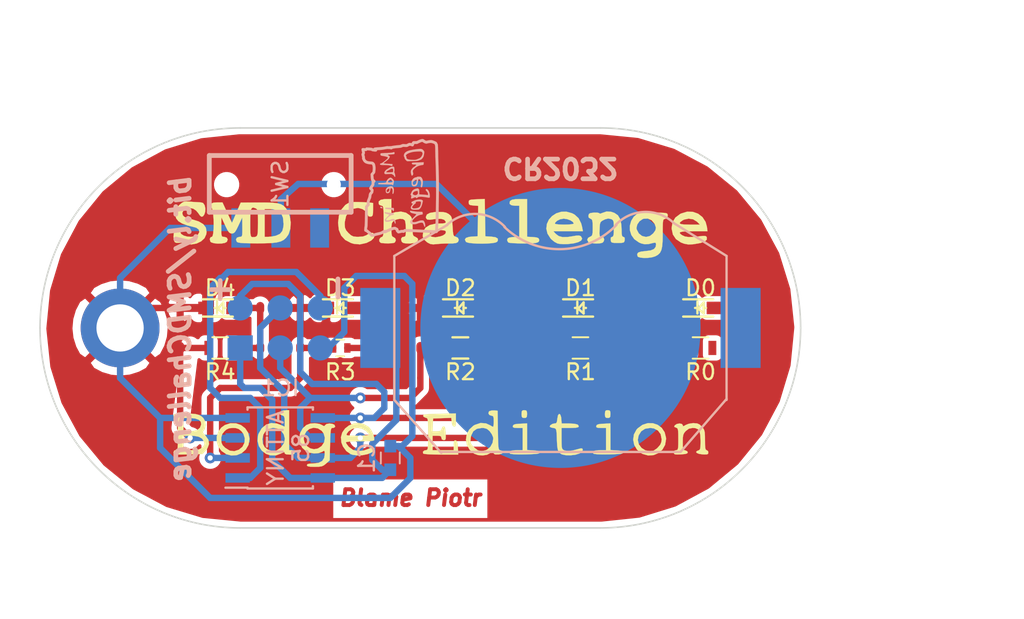
<source format=kicad_pcb>
(kicad_pcb (version 4) (host pcbnew 4.0.7)
  (layers (0 F.Cu signal) (31 B.Cu signal) (34 B.Paste user) (35 F.Paste user) (36 B.SilkS user) (37 F.SilkS user) (38 B.Mask user) (39 F.Mask user) (44 Edge.Cuts user))
  (net 0 "")
  (net 1 GND)
  (net 2 +BATT)
  (net 3 "Net-(CON1-Pad1)")
  (net 4 "Net-(CON1-Pad3)")
  (net 5 "Net-(CON1-Pad4)")
  (net 6 "Net-(CON1-Pad5)")
  (net 7 "Net-(D3-Pad2)")
  (net 8 "Net-(D4-Pad2)")
  (net 9 "Net-(BT1-Pad2)")
  (net 10 "Net-(D0-Pad2)")
  (net 11 "Net-(D1-Pad2)")
  (net 12 "Net-(D2-Pad2)")
  (net 13 "Net-(IC1-Pad2)")
  (net 14 "Net-(IC1-Pad3)")
  (net 15 "Net-(SW1-Pad3)")
  (net 16 "Net-(R0-Pad2)")
  (module footprints:testPad (layer F.Cu) (at 186.69 106.68)
    (fp_text reference J10 hide)
    (fp_text value Conn_01x01)
    (pad 1 smd oval (at 0 0) (size 0.508 0.762) (layers F.Cu F.Paste F.Mask) (net 10 "Net-(D0-Pad2)"))
  )
  (module footprints:testPad (layer F.Cu) (at 173.99 104.14)
    (fp_text reference J11 hide)
    (fp_text value Conn_01x01)
    (pad 1 smd oval (at 0 0) (size 0.508 0.762) (layers F.Cu F.Paste F.Mask) (net 11 "Net-(D1-Pad2)"))
  )
  (module footprints:testPad (layer F.Cu) (at 171.45 104.14)
    (fp_text reference J12 hide)
    (fp_text value Conn_01x01)
    (pad 1 smd oval (at 0 0) (size 0.508 0.762) (layers F.Cu F.Paste F.Mask) (net 12 "Net-(D2-Pad2)"))
  )
  (module footprints:testPad (layer F.Cu) (at 163.83 104.14)
    (fp_text reference J3 hide)
    (fp_text value Conn_01x01)
    (pad 1 smd oval (at 0 0) (size 0.508 0.762) (layers F.Cu F.Paste F.Mask) (net 7 "Net-(D3-Pad2)"))
  )
  (module footprints:testPad (layer F.Cu) (at 156.21 106.68)
    (fp_text reference J4 hide)
    (fp_text value Conn_01x01)
    (pad 1 smd oval (at 0 0) (size 0.508 0.762) (layers F.Cu F.Paste F.Mask) (net 8 "Net-(D4-Pad2)"))
  )
  (module footprints:BATT_CR2032_SMD (layer B.Cu) (at 175.26 105.41)
    (fp_text reference BT1 hide)
    (fp_text value Battery hide)
    (pad 2 smd circle (at 0 0) (size 17.78 17.78) (layers B.Cu B.Paste B.Mask) (net 9 "Net-(BT1-Pad2)"))
    (pad 1 smd rect (at -11.43 0) (size 2.54 5.08) (layers B.Cu B.Paste B.Mask) (net 2 +BATT))
    (pad 1 smd rect (at 11.43 0) (size 2.54 5.08) (layers B.Cu B.Paste B.Mask) (net 2 +BATT))
  )
  (module footprints:SPST_SMD (layer B.Cu) (at 157.48 99.06)
    (fp_text reference SW1 (at 0 -2.794 90) (layer B.SilkS) (effects (justify mirror)))
    (fp_text value SW_Push_SPDT)
    (pad "" np_thru_hole circle (at 3.4 -2.75) (size 0.9 0.9) (drill 0.9) (layers *.Cu *.Mask))
    (pad 1 smd rect (at -2.5 0) (size 1.2 2.5) (layers B.Cu B.Paste B.Mask) (net 1 GND))
    (pad 2 smd rect (at 0.04 0) (size 1.2 2.5) (layers B.Cu B.Paste B.Mask) (net 9 "Net-(BT1-Pad2)"))
    (pad 3 smd rect (at 2.5 0) (size 1.2 2.5) (layers B.Cu B.Paste B.Mask) (net 15 "Net-(SW1-Pad3)"))
    (pad "" np_thru_hole circle (at -3.4 -2.75) (size 0.9 0.9) (drill 0.9) (layers *.Cu *.Mask))
  )
  (module footprints:AVR-ISP-6 (layer B.Cu) (at 154.94 104.14 270)
    (fp_text reference CON1 hide)
    (fp_text value AVR-ISP-6 hide)
    (pad 1 smd circle (at 0 0 270) (size 1.6 1.6) (layers B.Cu B.Paste B.Mask) (net 3 "Net-(CON1-Pad1)"))
    (pad 2 smd rect (at 2.54 0 270) (size 1.6 1.6) (layers B.Cu B.Paste B.Mask) (net 2 +BATT))
    (pad 3 smd oval (at 0 -2.54 270) (size 1.6 1.6) (layers B.Cu B.Paste B.Mask) (net 4 "Net-(CON1-Pad3)"))
    (pad 4 smd oval (at 2.54 -2.54 270) (size 1.6 1.6) (layers B.Cu B.Paste B.Mask) (net 5 "Net-(CON1-Pad4)"))
    (pad 5 smd oval (at 0 -5.08 270) (size 1.6 1.6) (layers B.Cu B.Paste B.Mask) (net 6 "Net-(CON1-Pad5)"))
    (pad 6 smd oval (at 2.54 -5.08 270) (size 1.6 1.6) (layers B.Cu B.Paste B.Mask) (net 1 GND))
  )
  (module footprints:Pin_Header_Straight_1x01 (layer F.Cu) (at 147.32 105.41)
    (fp_text reference P5 hide)
    (fp_text value CONN_01X01)
    (pad 1 thru_hole circle (at 0 0) (size 5 5) (drill 3) (layers *.Cu B.Mask) (net 1 GND))
  )
  (module footprints:SMDChallenge (layer F.Cu) (at 167.64 99.06)
    (fp_text reference G*** hide)
    (fp_text value LOGO hide)
  )
  (module footprints:testPad (layer F.Cu) (at 158.75 106.68)
    (fp_text reference J1 hide)
    (fp_text value Conn_01x01)
    (pad 1 smd oval (at 0 0) (size 0.508 0.762) (layers F.Cu F.Paste F.Mask) (net 13 "Net-(IC1-Pad2)"))
  )
  (module footprints:testPad (layer F.Cu) (at 151.13 106.68)
    (fp_text reference J2 hide)
    (fp_text value Conn_01x01)
    (pad 1 smd oval (at 0 0) (size 0.508 0.762) (layers F.Cu F.Paste F.Mask) (net 14 "Net-(IC1-Pad3)"))
  )
  (module footprints:testPad (layer F.Cu) (at 163.83 106.68)
    (fp_text reference J3 hide)
    (fp_text value Conn_01x01)
    (pad 1 smd oval (at 0 0) (size 0.508 0.762) (layers F.Cu F.Paste F.Mask) (net 7 "Net-(D3-Pad2)"))
  )
  (module footprints:testPad (layer F.Cu) (at 156.21 104.14)
    (fp_text reference J4 hide)
    (fp_text value Conn_01x01)
    (pad 1 smd oval (at 0 0) (size 0.508 0.762) (layers F.Cu F.Paste F.Mask) (net 8 "Net-(D4-Pad2)"))
  )
  (module footprints:testPad (layer F.Cu) (at 158.75 104.14)
    (fp_text reference J5 hide)
    (fp_text value Conn_01x01)
    (pad 1 smd oval (at 0 0) (size 0.508 0.762) (layers F.Cu F.Paste F.Mask) (net 1 GND))
  )
  (module footprints:testPad (layer F.Cu) (at 151.13 104.14)
    (fp_text reference J6 hide)
    (fp_text value Conn_01x01)
    (pad 1 smd oval (at 0 0) (size 0.508 0.762) (layers F.Cu F.Paste F.Mask) (net 1 GND))
  )
  (module footprints:testPad (layer F.Cu) (at 181.61 106.68)
    (fp_text reference J7 hide)
    (fp_text value Conn_01x01)
    (pad 1 smd oval (at 0 0) (size 0.508 0.762) (layers F.Cu F.Paste F.Mask) (net 4 "Net-(CON1-Pad3)"))
  )
  (module footprints:testPad (layer F.Cu) (at 173.99 106.68)
    (fp_text reference J8 hide)
    (fp_text value Conn_01x01)
    (pad 1 smd oval (at 0 0) (size 0.508 0.762) (layers F.Cu F.Paste F.Mask) (net 3 "Net-(CON1-Pad1)"))
  )
  (module footprints:testPad (layer F.Cu) (at 166.37 106.68)
    (fp_text reference J9 hide)
    (fp_text value Conn_01x01)
    (pad 1 smd oval (at 0 0) (size 0.508 0.762) (layers F.Cu F.Paste F.Mask) (net 5 "Net-(CON1-Pad4)"))
  )
  (module footprints:testPad (layer F.Cu) (at 186.69 104.14)
    (fp_text reference J10 hide)
    (fp_text value Conn_01x01)
    (pad 1 smd oval (at 0 0) (size 0.508 0.762) (layers F.Cu F.Paste F.Mask) (net 10 "Net-(D0-Pad2)"))
  )
  (module footprints:testPad (layer F.Cu) (at 179.07 106.68)
    (fp_text reference J11 hide)
    (fp_text value Conn_01x01)
    (pad 1 smd oval (at 0 0) (size 0.508 0.762) (layers F.Cu F.Paste F.Mask) (net 11 "Net-(D1-Pad2)"))
  )
  (module footprints:testPad (layer F.Cu) (at 171.45 106.68)
    (fp_text reference J12 hide)
    (fp_text value Conn_01x01)
    (pad 1 smd oval (at 0 0) (size 0.508 0.762) (layers F.Cu F.Paste F.Mask) (net 12 "Net-(D2-Pad2)"))
  )
  (module footprints:testPad (layer F.Cu) (at 166.37 104.14)
    (fp_text reference J13 hide)
    (fp_text value Conn_01x01)
    (pad 1 smd oval (at 0 0) (size 0.508 0.762) (layers F.Cu F.Paste F.Mask) (net 1 GND))
  )
  (module footprints:testPad (layer F.Cu) (at 179.07 104.14)
    (fp_text reference J14 hide)
    (fp_text value Conn_01x01)
    (pad 1 smd oval (at 0 0) (size 0.508 0.762) (layers F.Cu F.Paste F.Mask) (net 1 GND))
  )
  (module footprints:testPad (layer F.Cu) (at 181.61 104.14)
    (fp_text reference J15 hide)
    (fp_text value Conn_01x01)
    (pad 1 smd oval (at 0 0) (size 0.508 0.762) (layers F.Cu F.Paste F.Mask) (net 1 GND))
  )
  (module myFootPrints:MadeInOregonRev25 (layer F.Cu) (at 165.1 96.52 90)
    (fp_text reference VAL hide)
    (fp_text value MadeInOregonRev25 hide)
  )
  (module footprints:LED-0603 (layer F.Cu) (at 184.15 104.14)
    (fp_text reference D0 (at 0 -1.27) (layer F.SilkS))
    (fp_text value LED)
    (pad 2 smd rect (at 0.889 0 180) (size 1 0.79756) (layers F.Cu F.Paste F.Mask) (net 10 "Net-(D0-Pad2)"))
    (pad 1 smd rect (at -0.889 0 180) (size 1 0.79756) (layers F.Cu F.Paste F.Mask) (net 1 GND))
  )
  (module footprints:LED-0603 (layer F.Cu) (at 168.91 104.14)
    (fp_text reference D2 (at 0 -1.27) (layer F.SilkS))
    (fp_text value LED)
    (pad 2 smd rect (at 0.889 0 180) (size 1 0.79756) (layers F.Cu F.Paste F.Mask) (net 12 "Net-(D2-Pad2)"))
    (pad 1 smd rect (at -0.889 0 180) (size 1 0.79756) (layers F.Cu F.Paste F.Mask) (net 1 GND))
  )
  (module footprints:LED-0603 (layer F.Cu) (at 153.67 104.14)
    (fp_text reference D4 (at 0 -1.27) (layer F.SilkS))
    (fp_text value LED)
    (pad 2 smd rect (at 0.889 0 180) (size 1 0.79756) (layers F.Cu F.Paste F.Mask) (net 8 "Net-(D4-Pad2)"))
    (pad 1 smd rect (at -0.889 0 180) (size 1 0.79756) (layers F.Cu F.Paste F.Mask) (net 1 GND))
  )
  (module footprints:R_0603 (layer F.Cu) (at 168.91 106.68)
    (fp_text reference R2 (at 0 1.524) (layer F.SilkS))
    (fp_text value 100)
    (pad 1 smd rect (at -0.889 0) (size 0.7 0.9) (layers F.Cu F.Paste F.Mask) (net 5 "Net-(CON1-Pad4)"))
    (pad 2 smd rect (at 1.016 0) (size 0.7 0.9) (layers F.Cu F.Paste F.Mask) (net 12 "Net-(D2-Pad2)"))
  )
  (module footprints:LED-0603 (layer F.Cu) (at 161.29 104.14)
    (fp_text reference D3 (at 0 -1.27) (layer F.SilkS))
    (fp_text value LED)
    (pad 2 smd rect (at 0.889 0 180) (size 1 0.79756) (layers F.Cu F.Paste F.Mask) (net 7 "Net-(D3-Pad2)"))
    (pad 1 smd rect (at -0.889 0 180) (size 1 0.79756) (layers F.Cu F.Paste F.Mask) (net 1 GND))
  )
  (module footprints:LED-0603-B (layer F.Cu) (at 176.53 104.14)
    (fp_text reference D1 (at 0 -1.27) (layer F.SilkS))
    (fp_text value LED)
    (pad 1 smd rect (at 0.889 0 180) (size 1 0.79756) (layers F.Cu F.Paste F.Mask) (net 1 GND))
    (pad 2 smd rect (at -0.889 0 180) (size 1 0.79756) (layers F.Cu F.Paste F.Mask) (net 11 "Net-(D1-Pad2)"))
  )
  (module footprints:2019 (layer F.Cu) (at 167.64 112.395)
    (fp_text reference G*** hide)
    (fp_text value LOGO hide)
  )
  (module footprints:C_0603 (layer B.Cu) (at 164.465 113.665 270)
    (fp_text reference C1 (at 0 1.5 270) (layer B.SilkS) (effects (justify mirror)))
    (fp_text value "0.1 uF")
    (pad 2 smd rect (at 0.75 0 270) (size 0.8 0.75) (layers B.Cu B.Paste B.Mask) (net 2 +BATT))
    (pad 1 smd rect (at -0.75 0 270) (size 0.8 0.75) (layers B.Cu B.Paste B.Mask) (net 1 GND))
  )
  (module footprints:SOIC-8_3.9x4.9mm_Pitch1.27mm (layer B.Cu) (at 157.48 113.03)
    (fp_text reference IC1 (at 0 -3.81) (layer B.SilkS) (effects (justify mirror)))
    (fp_text value IC1)
    (pad 1 smd rect (at -2.7 1.905) (size 1.55 0.6) (layers B.Cu B.Paste B.Mask) (net 6 "Net-(CON1-Pad5)"))
    (pad 2 smd rect (at -2.7 0.635) (size 1.55 0.6) (layers B.Cu B.Paste B.Mask) (net 13 "Net-(IC1-Pad2)"))
    (pad 3 smd rect (at -2.7 -0.635) (size 1.55 0.6) (layers B.Cu B.Paste B.Mask) (net 14 "Net-(IC1-Pad3)"))
    (pad 4 smd rect (at -2.7 -1.905) (size 1.55 0.6) (layers B.Cu B.Paste B.Mask) (net 1 GND))
    (pad 5 smd rect (at 2.7 -1.905) (size 1.55 0.6) (layers B.Cu B.Paste B.Mask) (net 3 "Net-(CON1-Pad1)"))
    (pad 6 smd rect (at 2.7 -0.635) (size 1.55 0.6) (layers B.Cu B.Paste B.Mask) (net 5 "Net-(CON1-Pad4)"))
    (pad 7 smd rect (at 2.7 0.635) (size 1.55 0.6) (layers B.Cu B.Paste B.Mask) (net 4 "Net-(CON1-Pad3)"))
    (pad 8 smd rect (at 2.7 1.905) (size 1.55 0.6) (layers B.Cu B.Paste B.Mask) (net 2 +BATT))
  )
  (module footprints:R_0603 (layer F.Cu) (at 184.15 106.68)
    (fp_text reference R0 (at 0 1.524) (layer F.SilkS))
    (fp_text value 100)
    (pad 1 smd rect (at -0.75 0) (size 0.5 0.9) (layers F.Cu F.Paste F.Mask) (net 4 "Net-(CON1-Pad3)"))
    (pad 2 smd rect (at 0.75 0) (size 0.5 0.9) (layers F.Cu F.Paste F.Mask) (net 16 "Net-(R0-Pad2)"))
  )
  (module footprints:R_0603 (layer F.Cu) (at 176.53 106.68)
    (fp_text reference R1 (at 0 1.524) (layer F.SilkS))
    (fp_text value 100)
    (pad 1 smd rect (at -0.75 0) (size 0.5 0.9) (layers F.Cu F.Paste F.Mask) (net 3 "Net-(CON1-Pad1)"))
    (pad 2 smd rect (at 0.75 0) (size 0.5 0.9) (layers F.Cu F.Paste F.Mask) (net 11 "Net-(D1-Pad2)"))
  )
  (module footprints:R_0402 (layer F.Cu) (at 161.29 106.68)
    (fp_text reference R3 (at 0 1.524) (layer F.SilkS))
    (fp_text value 100)
    (pad 1 smd rect (at -0.45 0) (size 0.4 0.6) (layers F.Cu F.Paste F.Mask) (net 13 "Net-(IC1-Pad2)"))
    (pad 2 smd rect (at 0.45 0) (size 0.4 0.6) (layers F.Cu F.Paste F.Mask) (net 7 "Net-(D3-Pad2)"))
  )
  (module footprints:R_0603 (layer F.Cu) (at 153.67 106.68)
    (fp_text reference R4 (at 0 1.524) (layer F.SilkS))
    (fp_text value 100)
    (pad 1 smd rect (at -0.75 0) (size 0.5 0.9) (layers F.Cu F.Paste F.Mask) (net 14 "Net-(IC1-Pad3)"))
    (pad 2 smd rect (at 0.75 0) (size 0.5 0.9) (layers F.Cu F.Paste F.Mask) (net 8 "Net-(D4-Pad2)"))
  )
  (gr_text "Blame Piotr" (at 165.735 116.205) (layer F.Cu) (effects (font (size 1 1) (thickness 0.25) italic)))
  (gr_text - (at 161.036 102.87 90) (layer B.SilkS) (effects (font (size 1.5 1.5) (thickness 0.3)) (justify mirror)))
  (gr_text + (at 153.67 102.87) (layer B.SilkS) (effects (font (size 1.5 1.5) (thickness 0.3)) (justify mirror)))
  (gr_line (start 154.94 92.71) (end 177.8 92.71) (angle 90) (layer Edge.Cuts) (width 0.1))
  (gr_line (start 177.8 118.11) (end 154.94 118.11) (angle 90) (layer Edge.Cuts) (width 0.1))
  (gr_arc (start 177.8 105.41) (end 190.5 105.41) (angle 90) (layer Edge.Cuts) (width 0.1))
  (gr_arc (start 177.8 105.41) (end 177.8 92.71) (angle 90) (layer Edge.Cuts) (width 0.1))
  (gr_arc (start 154.94 105.41) (end 154.94 118.11) (angle 90) (layer Edge.Cuts) (width 0.1))
  (gr_arc (start 154.94 105.41) (end 142.24 105.41) (angle 90) (layer Edge.Cuts) (width 0.1))
  (gr_text bit.ly/SMDChallenge (at 151.13 105.41 90) (layer B.SilkS) (effects (font (size 1.27 1.27) (thickness 0.3) italic) (justify mirror)))
  (gr_text CR2032 (at 175.26 95.25 180) (layer B.SilkS) (effects (font (size 1.25 1.25) (thickness 0.3)) (justify mirror)))
  (gr_text "ATTINY\n85" (at 157.988 113.03 90) (layer B.SilkS) (effects (font (size 1 1)) (justify mirror)))
  (segment (start 177.419 104.14) (end 177.419 103.759) (width 0.4064) (layer F.Cu) (net 1))
  (segment (start 177.419 103.759) (end 175.895 102.235) (width 0.4064) (layer F.Cu) (net 1))
  (segment (start 177.419 104.14) (end 179.07 104.14) (width 0.4064) (layer F.Cu) (net 1))
  (segment (start 160.02 106.68) (end 160.528 106.68) (width 0.4064) (layer B.Cu) (net 1))
  (segment (start 160.528 106.68) (end 161.544 105.664) (width 0.4064) (layer B.Cu) (net 1))
  (segment (start 161.544 105.664) (end 161.544 102.87) (width 0.4064) (layer B.Cu) (net 1))
  (segment (start 161.544 102.87) (end 162.306 102.108) (width 0.4064) (layer B.Cu) (net 1))
  (segment (start 162.306 102.108) (end 165.354 102.108) (width 0.4064) (layer B.Cu) (net 1))
  (segment (start 165.354 102.108) (end 165.862 102.616) (width 0.4064) (layer B.Cu) (net 1))
  (segment (start 165.862 102.616) (end 165.862 112.268) (width 0.4064) (layer B.Cu) (net 1))
  (segment (start 165.862 112.268) (end 165.215 112.915) (width 0.4064) (layer B.Cu) (net 1))
  (segment (start 165.215 112.915) (end 164.465 112.915) (width 0.4064) (layer B.Cu) (net 1))
  (segment (start 163.83 116.205) (end 164.465 116.205) (width 0.4064) (layer B.Cu) (net 1))
  (segment (start 149.86 113.03) (end 153.035 116.205) (width 0.4064) (layer B.Cu) (net 1))
  (segment (start 153.035 116.205) (end 163.83 116.205) (width 0.4064) (layer B.Cu) (net 1))
  (segment (start 149.86 111.125) (end 149.86 113.03) (width 0.4064) (layer B.Cu) (net 1))
  (segment (start 164.985 112.915) (end 164.465 112.915) (width 0.4064) (layer B.Cu) (net 1))
  (segment (start 165.735 113.665) (end 164.985 112.915) (width 0.4064) (layer B.Cu) (net 1))
  (segment (start 165.735 114.935) (end 165.735 113.665) (width 0.4064) (layer B.Cu) (net 1))
  (segment (start 164.465 116.205) (end 165.735 114.935) (width 0.4064) (layer B.Cu) (net 1))
  (segment (start 158.75 104.14) (end 158.75 103.505) (width 0.4064) (layer F.Cu) (net 1))
  (segment (start 158.75 103.505) (end 157.48 102.235) (width 0.4064) (layer F.Cu) (net 1))
  (segment (start 166.37 104.14) (end 166.37 103.505) (width 0.4064) (layer F.Cu) (net 1))
  (segment (start 166.37 103.505) (end 165.1 102.235) (width 0.4064) (layer F.Cu) (net 1))
  (segment (start 181.61 104.14) (end 181.61 102.87) (width 0.4064) (layer F.Cu) (net 1))
  (segment (start 152.781 104.394) (end 152.781 104.14) (width 0.4064) (layer F.Cu) (net 1))
  (segment (start 153.67 102.235) (end 152.781 104.394) (width 0.4064) (layer F.Cu) (net 1))
  (segment (start 157.48 102.235) (end 153.67 102.235) (width 0.4064) (layer F.Cu) (net 1))
  (segment (start 165.1 102.235) (end 157.48 102.235) (width 0.4064) (layer F.Cu) (net 1))
  (segment (start 180.975 102.235) (end 175.895 102.235) (width 0.4064) (layer F.Cu) (net 1))
  (segment (start 175.895 102.235) (end 172.72 102.235) (width 0.4064) (layer F.Cu) (net 1))
  (segment (start 172.72 102.235) (end 165.1 102.235) (width 0.4064) (layer F.Cu) (net 1))
  (segment (start 181.61 102.87) (end 180.975 102.235) (width 0.4064) (layer F.Cu) (net 1))
  (segment (start 154.78 111.125) (end 149.86 111.125) (width 0.4064) (layer B.Cu) (net 1))
  (segment (start 147.32 108.585) (end 147.32 105.41) (width 0.4064) (layer B.Cu) (net 1))
  (segment (start 149.86 111.125) (end 147.32 108.585) (width 0.4064) (layer B.Cu) (net 1))
  (segment (start 151.13 104.14) (end 148.59 104.14) (width 0.4064) (layer F.Cu) (net 1))
  (segment (start 148.59 104.14) (end 147.32 105.41) (width 0.4064) (layer F.Cu) (net 1))
  (segment (start 154.98 99.06) (end 150.495 99.06) (width 0.4064) (layer B.Cu) (net 1))
  (segment (start 147.32 102.235) (end 147.32 105.41) (width 0.4064) (layer B.Cu) (net 1))
  (segment (start 150.495 99.06) (end 147.32 102.235) (width 0.4064) (layer B.Cu) (net 1))
  (segment (start 152.781 104.14) (end 151.13 104.14) (width 0.4064) (layer F.Cu) (net 1))
  (segment (start 160.54 104.14) (end 158.75 104.14) (width 0.4064) (layer F.Cu) (net 1))
  (segment (start 168.021 104.14) (end 166.37 104.14) (width 0.4064) (layer F.Cu) (net 1))
  (segment (start 183.261 104.14) (end 181.61 104.14) (width 0.4064) (layer F.Cu) (net 1))
  (segment (start 164.465 114.415) (end 163.945 114.415) (width 0.4064) (layer B.Cu) (net 2))
  (segment (start 164.846 111.252) (end 164.846 106.426) (width 0.4064) (layer B.Cu) (net 2))
  (segment (start 163.322 112.776) (end 164.846 111.252) (width 0.4064) (layer B.Cu) (net 2))
  (segment (start 163.322 113.792) (end 163.322 112.776) (width 0.4064) (layer B.Cu) (net 2))
  (segment (start 163.945 114.415) (end 163.322 113.792) (width 0.4064) (layer B.Cu) (net 2))
  (segment (start 164.846 106.426) (end 163.83 105.41) (width 0.4064) (layer B.Cu) (net 2))
  (segment (start 157.48 114.3) (end 156.972 113.792) (width 0.4064) (layer B.Cu) (net 2))
  (segment (start 160.18 114.935) (end 158.115 114.935) (width 0.4064) (layer B.Cu) (net 2))
  (segment (start 158.115 114.935) (end 157.48 114.3) (width 0.4064) (layer B.Cu) (net 2))
  (segment (start 154.94 108.966) (end 154.94 106.68) (width 0.4064) (layer B.Cu) (net 2))
  (segment (start 155.194 109.22) (end 154.94 108.966) (width 0.4064) (layer B.Cu) (net 2))
  (segment (start 156.21 109.22) (end 155.194 109.22) (width 0.4064) (layer B.Cu) (net 2))
  (segment (start 156.972 109.982) (end 156.21 109.22) (width 0.4064) (layer B.Cu) (net 2))
  (segment (start 156.972 111.506) (end 156.972 109.982) (width 0.4064) (layer B.Cu) (net 2))
  (segment (start 156.972 113.792) (end 156.972 111.506) (width 0.4064) (layer B.Cu) (net 2))
  (segment (start 162.445 114.935) (end 163.945 114.935) (width 0.4064) (layer B.Cu) (net 2))
  (segment (start 160.18 114.935) (end 162.445 114.935) (width 0.4064) (layer B.Cu) (net 2))
  (segment (start 163.945 114.935) (end 164.465 114.415) (width 0.4064) (layer B.Cu) (net 2))
  (segment (start 164.465 106.045) (end 163.83 105.41) (width 0.4064) (layer B.Cu) (net 2))
  (segment (start 173.99 109.22) (end 173.99 106.68) (width 0.4064) (layer F.Cu) (net 3))
  (segment (start 162.814 108.966) (end 159.512 108.966) (width 0.4064) (layer B.Cu) (net 3))
  (segment (start 162.56 111.125) (end 163.449 111.125) (width 0.4064) (layer B.Cu) (net 3))
  (segment (start 164.084 110.49) (end 163.449 111.125) (width 0.4064) (layer B.Cu) (net 3))
  (segment (start 164.084 109.474) (end 164.084 110.49) (width 0.4064) (layer B.Cu) (net 3))
  (segment (start 163.576 108.966) (end 164.084 109.474) (width 0.4064) (layer B.Cu) (net 3))
  (segment (start 162.814 108.966) (end 163.576 108.966) (width 0.4064) (layer B.Cu) (net 3))
  (segment (start 155.702 102.616) (end 154.94 103.378) (width 0.4064) (layer B.Cu) (net 3))
  (segment (start 157.988 102.616) (end 155.702 102.616) (width 0.4064) (layer B.Cu) (net 3))
  (segment (start 158.75 103.378) (end 157.988 102.616) (width 0.4064) (layer B.Cu) (net 3))
  (segment (start 158.75 108.204) (end 158.75 103.378) (width 0.4064) (layer B.Cu) (net 3))
  (segment (start 159.512 108.966) (end 158.75 108.204) (width 0.4064) (layer B.Cu) (net 3))
  (segment (start 154.94 103.378) (end 154.94 104.14) (width 0.4064) (layer B.Cu) (net 3))
  (segment (start 154.94 104.14) (end 154.94 103.886) (width 0.4064) (layer B.Cu) (net 3))
  (segment (start 161.29 111.125) (end 162.56 111.125) (width 0.4064) (layer B.Cu) (net 3))
  (segment (start 160.18 111.125) (end 161.29 111.125) (width 0.4064) (layer B.Cu) (net 3))
  (segment (start 172.085 111.125) (end 162.56 111.125) (width 0.4064) (layer F.Cu) (net 3))
  (via (at 162.56 111.125) (size 0.6858) (drill 0.3302) (layers F.Cu B.Cu) (net 3))
  (segment (start 173.99 109.22) (end 172.72 110.49) (width 0.4064) (layer F.Cu) (net 3))
  (segment (start 172.72 110.49) (end 172.085 111.125) (width 0.4064) (layer F.Cu) (net 3))
  (segment (start 175.78 106.68) (end 173.99 106.68) (width 0.4064) (layer F.Cu) (net 3))
  (segment (start 160.18 113.665) (end 158.623 113.665) (width 0.4064) (layer B.Cu) (net 4))
  (segment (start 156.21 105.41) (end 157.48 104.14) (width 0.4064) (layer B.Cu) (net 4))
  (segment (start 156.21 107.95) (end 156.21 105.41) (width 0.4064) (layer B.Cu) (net 4))
  (segment (start 157.734 109.474) (end 156.21 107.95) (width 0.4064) (layer B.Cu) (net 4))
  (segment (start 157.734 112.776) (end 157.734 109.474) (width 0.4064) (layer B.Cu) (net 4))
  (segment (start 158.623 113.665) (end 157.734 112.776) (width 0.4064) (layer B.Cu) (net 4))
  (segment (start 160.18 113.665) (end 161.925 113.665) (width 0.4064) (layer B.Cu) (net 4))
  (segment (start 178.435 112.395) (end 162.56 112.395) (width 0.4064) (layer F.Cu) (net 4))
  (segment (start 181.61 109.22) (end 181.61 106.68) (width 0.4064) (layer F.Cu) (net 4))
  (via (at 162.56 112.395) (size 0.6858) (drill 0.3302) (layers F.Cu B.Cu) (net 4))
  (segment (start 181.61 109.22) (end 179.07 111.76) (width 0.4064) (layer F.Cu) (net 4))
  (segment (start 179.07 111.76) (end 178.435 112.395) (width 0.4064) (layer F.Cu) (net 4))
  (segment (start 162.56 113.03) (end 162.56 112.395) (width 0.4064) (layer B.Cu) (net 4))
  (segment (start 161.925 113.665) (end 162.56 113.03) (width 0.4064) (layer B.Cu) (net 4))
  (segment (start 183.4 106.68) (end 181.61 106.68) (width 0.4064) (layer F.Cu) (net 4))
  (segment (start 157.48 106.68) (end 157.48 107.95) (width 0.4064) (layer B.Cu) (net 5))
  (segment (start 157.48 107.95) (end 159.385 109.855) (width 0.4064) (layer B.Cu) (net 5))
  (segment (start 162.56 109.855) (end 159.385 109.855) (width 0.4064) (layer B.Cu) (net 5))
  (segment (start 166.37 109.22) (end 165.735 109.855) (width 0.4064) (layer F.Cu) (net 5))
  (segment (start 165.735 109.855) (end 162.56 109.855) (width 0.4064) (layer F.Cu) (net 5))
  (segment (start 166.37 106.68) (end 166.37 108.585) (width 0.4064) (layer F.Cu) (net 5))
  (via (at 162.56 109.855) (size 0.6858) (drill 0.3302) (layers F.Cu B.Cu) (net 5))
  (segment (start 166.37 108.585) (end 166.37 109.22) (width 0.4064) (layer F.Cu) (net 5))
  (segment (start 159.385 112.395) (end 160.18 112.395) (width 0.4064) (layer B.Cu) (net 5))
  (segment (start 158.75 111.76) (end 159.385 112.395) (width 0.4064) (layer B.Cu) (net 5))
  (segment (start 158.75 110.49) (end 158.75 111.76) (width 0.4064) (layer B.Cu) (net 5))
  (segment (start 159.385 109.855) (end 158.75 110.49) (width 0.4064) (layer B.Cu) (net 5))
  (segment (start 168.021 106.68) (end 166.37 106.68) (width 0.4064) (layer F.Cu) (net 5))
  (segment (start 153.67 102.235) (end 153.797 102.235) (width 0.4064) (layer B.Cu) (net 6))
  (segment (start 155.575 109.855) (end 153.67 109.855) (width 0.4064) (layer B.Cu) (net 6))
  (segment (start 153.67 109.855) (end 153.035 109.22) (width 0.4064) (layer B.Cu) (net 6))
  (segment (start 153.035 109.22) (end 153.035 107.95) (width 0.4064) (layer B.Cu) (net 6))
  (segment (start 154.78 114.935) (end 155.575 114.935) (width 0.4064) (layer B.Cu) (net 6))
  (segment (start 153.035 102.87) (end 153.67 102.235) (width 0.4064) (layer B.Cu) (net 6))
  (segment (start 153.035 107.95) (end 153.035 102.87) (width 0.4064) (layer B.Cu) (net 6))
  (segment (start 156.21 114.3) (end 156.21 110.49) (width 0.4064) (layer B.Cu) (net 6))
  (segment (start 155.575 114.935) (end 156.21 114.3) (width 0.4064) (layer B.Cu) (net 6))
  (segment (start 156.21 110.49) (end 155.575 109.855) (width 0.4064) (layer B.Cu) (net 6))
  (segment (start 158.496 101.854) (end 160.02 103.378) (width 0.4064) (layer B.Cu) (net 6))
  (segment (start 154.178 101.854) (end 158.496 101.854) (width 0.4064) (layer B.Cu) (net 6))
  (segment (start 153.797 102.235) (end 154.178 101.854) (width 0.4064) (layer B.Cu) (net 6))
  (segment (start 160.02 103.378) (end 160.02 104.14) (width 0.4064) (layer B.Cu) (net 6))
  (segment (start 163.83 104.14) (end 162.04 104.14) (width 0.4064) (layer F.Cu) (net 7))
  (segment (start 163.83 106.68) (end 161.74 106.68) (width 0.4064) (layer F.Cu) (net 7))
  (segment (start 163.83 104.14) (end 163.83 106.68) (width 0.4064) (layer F.Cu) (net 7))
  (segment (start 156.21 104.14) (end 154.559 104.14) (width 0.4064) (layer F.Cu) (net 8))
  (segment (start 156.21 106.68) (end 156.21 104.14) (width 0.4064) (layer F.Cu) (net 8))
  (segment (start 154.42 106.68) (end 156.21 106.68) (width 0.4064) (layer F.Cu) (net 8))
  (segment (start 175.26 104.013) (end 167.386 96.266) (width 0.4064) (layer B.Cu) (net 9))
  (segment (start 167.386 96.266) (end 158.623 96.266) (width 0.4064) (layer B.Cu) (net 9))
  (segment (start 158.623 96.266) (end 157.52 97.242) (width 0.4064) (layer B.Cu) (net 9))
  (segment (start 157.52 97.242) (end 157.52 99.06) (width 0.4064) (layer B.Cu) (net 9))
  (segment (start 157.52 99.06) (end 157.52 99.608) (width 0.4064) (layer B.Cu) (net 9))
  (segment (start 175.26 105.41) (end 175.26 104.013) (width 0.4064) (layer B.Cu) (net 9))
  (segment (start 171.45 101.092) (end 175.26 105.41) (width 0.4064) (layer B.Cu) (net 9))
  (segment (start 186.69 104.14) (end 186.69 106.68) (width 0.3048) (layer F.Cu) (net 10))
  (segment (start 186.69 104.14) (end 185.039 104.14) (width 0.4064) (layer F.Cu) (net 10))
  (segment (start 179.07 106.68) (end 179.07 106.045) (width 0.4064) (layer F.Cu) (net 11))
  (segment (start 173.99 104.775) (end 173.99 104.14) (width 0.4064) (layer F.Cu) (net 11))
  (segment (start 174.625 105.41) (end 173.99 104.775) (width 0.4064) (layer F.Cu) (net 11))
  (segment (start 178.435 105.41) (end 174.625 105.41) (width 0.4064) (layer F.Cu) (net 11))
  (segment (start 179.07 106.045) (end 178.435 105.41) (width 0.4064) (layer F.Cu) (net 11))
  (segment (start 173.99 104.14) (end 175.641 104.14) (width 0.4064) (layer F.Cu) (net 11))
  (segment (start 179.07 106.68) (end 177.28 106.68) (width 0.4064) (layer F.Cu) (net 11))
  (segment (start 171.45 104.14) (end 169.799 104.14) (width 0.4064) (layer F.Cu) (net 12))
  (segment (start 171.45 106.68) (end 169.926 106.68) (width 0.4064) (layer F.Cu) (net 12))
  (segment (start 171.45 106.68) (end 171.45 104.14) (width 0.4064) (layer F.Cu) (net 12))
  (segment (start 158.75 106.68) (end 158.75 108.585) (width 0.4064) (layer F.Cu) (net 13))
  (segment (start 153.035 113.665) (end 154.78 113.665) (width 0.4064) (layer B.Cu) (net 13))
  (via (at 153.035 113.665) (size 0.6858) (drill 0.3302) (layers F.Cu B.Cu) (net 13))
  (segment (start 153.035 109.855) (end 153.035 113.665) (width 0.4064) (layer F.Cu) (net 13))
  (segment (start 153.67 109.22) (end 153.035 109.855) (width 0.4064) (layer F.Cu) (net 13))
  (segment (start 158.115 109.22) (end 153.67 109.22) (width 0.4064) (layer F.Cu) (net 13))
  (segment (start 158.75 108.585) (end 158.115 109.22) (width 0.4064) (layer F.Cu) (net 13))
  (segment (start 160.84 106.68) (end 158.75 106.68) (width 0.4064) (layer F.Cu) (net 13))
  (segment (start 151.13 106.68) (end 151.13 111.76) (width 0.4064) (layer F.Cu) (net 14))
  (segment (start 151.765 112.395) (end 154.78 112.395) (width 0.4064) (layer B.Cu) (net 14))
  (via (at 151.765 112.395) (size 0.6858) (drill 0.3302) (layers F.Cu B.Cu) (net 14))
  (segment (start 151.13 111.76) (end 151.765 112.395) (width 0.4064) (layer F.Cu) (net 14))
  (segment (start 151.13 106.68) (end 152.92 106.68) (width 0.4064) (layer F.Cu) (net 14))
  (zone (net 1) (net_name GND) (layer F.Cu) (connect_pads (clearance 0.35)) (min_thickness 0.2) (fill yes (arc_segments 32) (thermal_gap 0.508) (thermal_bridge_width 0.508))
    (polygon (pts (xy 195.58 120.65) (xy 139.7 120.65) (xy 139.7 90.17) (xy 195.58 90.17)))
  )
)
</source>
